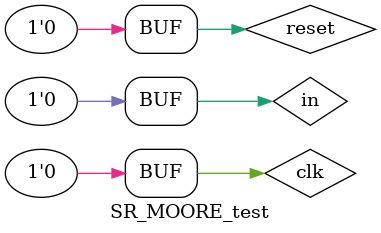
<source format=v>
`timescale 1ns / 1ps


module SR_MOORE_test;

	// Inputs
	reg clk;
	reg reset;
	reg in;

	// Outputs
	wire out;

	// Instantiate the Unit Under Test (UUT)
	SR_MOORE uut (
		.clk(clk), 
		.reset(reset), 
		.in(in), 
		.out(out)
	);

	initial begin
		// Initialize Inputs
		clk = 0;
		reset = 0;
		in = 0;

		// Wait 100 ns for global reset to finish
		#5; in=0; #20 in=1;
		#20; in=0; #20 in=1;
		#20; in=1; #20 in=1;
		#20; in=0; #20 in=1;
		#20; in=0; #20 in=0;
		#20; in=1; #20 in=0;
		#20; reset=1; #20 reset=0;
		#20; in=0; #20 in=1; #20 in=0;

	end
	
	
	always begin
		#10 clk=1;
		#10 clk=0;
	end
        
		// Add stimulus here
      
endmodule


</source>
